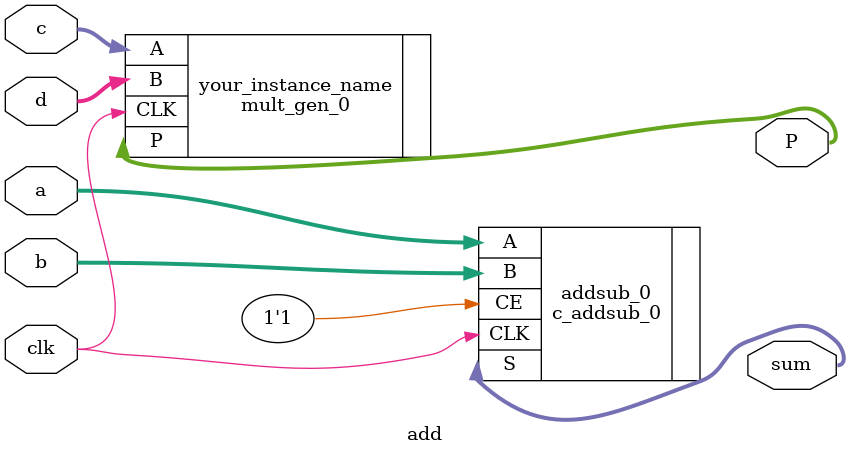
<source format=v>
module add(a, b, sum,clk,c,d,P);
  input [7:0] a, b;
  input [17:0] c,d;
  input clk;
  output [8:0] sum;
  output [35:0] P;
 
 c_addsub_0 addsub_0 (
  .A(a),      // input wire [7 : 0] A
  .B(b),      // input wire [7 : 0] B
  .CLK(clk),  // input wire CLK
  .CE(1'b1),    // input wire CE
  .S(sum)      // output wire [8 : 0] S
); 
mult_gen_0 your_instance_name (
  .CLK(clk),  // input wire CLK
  .A(c),      // input wire [17 : 0] A
  .B(d),      // input wire [17 : 0] B
  .P(P)      // output wire [35 : 0] P
);
endmodule
</source>
